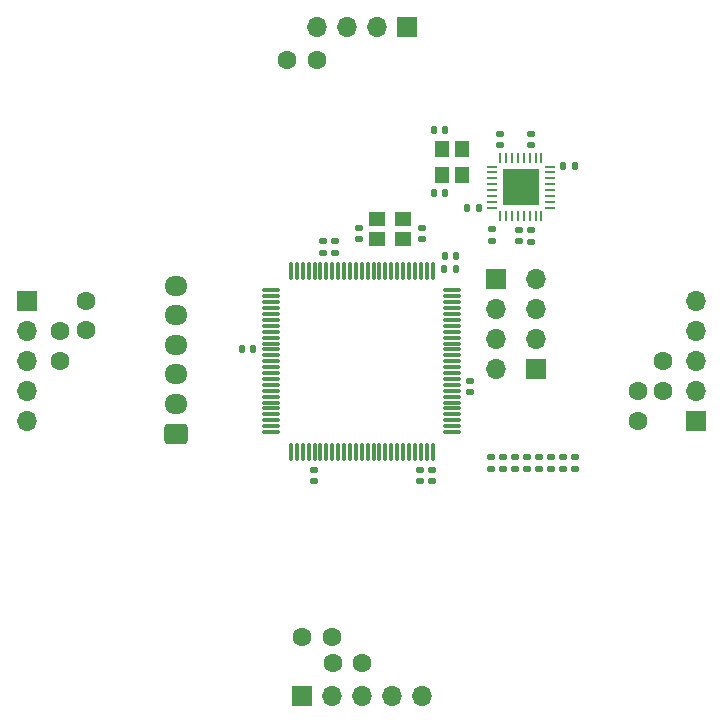
<source format=gbr>
%TF.GenerationSoftware,KiCad,Pcbnew,(6.0.5)*%
%TF.CreationDate,2023-03-02T23:20:37+09:00*%
%TF.ProjectId,line_Inergrate,6c696e65-5f49-46e6-9572-67726174652e,rev?*%
%TF.SameCoordinates,Original*%
%TF.FileFunction,Soldermask,Top*%
%TF.FilePolarity,Negative*%
%FSLAX46Y46*%
G04 Gerber Fmt 4.6, Leading zero omitted, Abs format (unit mm)*
G04 Created by KiCad (PCBNEW (6.0.5)) date 2023-03-02 23:20:37*
%MOMM*%
%LPD*%
G01*
G04 APERTURE LIST*
G04 Aperture macros list*
%AMRoundRect*
0 Rectangle with rounded corners*
0 $1 Rounding radius*
0 $2 $3 $4 $5 $6 $7 $8 $9 X,Y pos of 4 corners*
0 Add a 4 corners polygon primitive as box body*
4,1,4,$2,$3,$4,$5,$6,$7,$8,$9,$2,$3,0*
0 Add four circle primitives for the rounded corners*
1,1,$1+$1,$2,$3*
1,1,$1+$1,$4,$5*
1,1,$1+$1,$6,$7*
1,1,$1+$1,$8,$9*
0 Add four rect primitives between the rounded corners*
20,1,$1+$1,$2,$3,$4,$5,0*
20,1,$1+$1,$4,$5,$6,$7,0*
20,1,$1+$1,$6,$7,$8,$9,0*
20,1,$1+$1,$8,$9,$2,$3,0*%
G04 Aperture macros list end*
%ADD10R,1.700000X1.700000*%
%ADD11O,1.700000X1.700000*%
%ADD12RoundRect,0.062500X-0.375000X-0.062500X0.375000X-0.062500X0.375000X0.062500X-0.375000X0.062500X0*%
%ADD13RoundRect,0.062500X-0.062500X-0.375000X0.062500X-0.375000X0.062500X0.375000X-0.062500X0.375000X0*%
%ADD14R,3.100000X3.100000*%
%ADD15RoundRect,0.147500X-0.172500X0.147500X-0.172500X-0.147500X0.172500X-0.147500X0.172500X0.147500X0*%
%ADD16RoundRect,0.140000X0.140000X0.170000X-0.140000X0.170000X-0.140000X-0.170000X0.140000X-0.170000X0*%
%ADD17C,1.600000*%
%ADD18RoundRect,0.140000X-0.170000X0.140000X-0.170000X-0.140000X0.170000X-0.140000X0.170000X0.140000X0*%
%ADD19RoundRect,0.140000X0.170000X-0.140000X0.170000X0.140000X-0.170000X0.140000X-0.170000X-0.140000X0*%
%ADD20RoundRect,0.075000X0.662500X0.075000X-0.662500X0.075000X-0.662500X-0.075000X0.662500X-0.075000X0*%
%ADD21RoundRect,0.075000X0.075000X0.662500X-0.075000X0.662500X-0.075000X-0.662500X0.075000X-0.662500X0*%
%ADD22RoundRect,0.140000X-0.140000X-0.170000X0.140000X-0.170000X0.140000X0.170000X-0.140000X0.170000X0*%
%ADD23RoundRect,0.135000X-0.185000X0.135000X-0.185000X-0.135000X0.185000X-0.135000X0.185000X0.135000X0*%
%ADD24RoundRect,0.135000X0.135000X0.185000X-0.135000X0.185000X-0.135000X-0.185000X0.135000X-0.185000X0*%
%ADD25RoundRect,0.250000X0.725000X-0.600000X0.725000X0.600000X-0.725000X0.600000X-0.725000X-0.600000X0*%
%ADD26O,1.950000X1.700000*%
%ADD27RoundRect,0.135000X0.185000X-0.135000X0.185000X0.135000X-0.185000X0.135000X-0.185000X-0.135000X0*%
%ADD28R,1.200000X1.400000*%
%ADD29RoundRect,0.135000X-0.135000X-0.185000X0.135000X-0.185000X0.135000X0.185000X-0.135000X0.185000X0*%
%ADD30R,1.400000X1.200000*%
G04 APERTURE END LIST*
D10*
%TO.C,J4*%
X117729000Y-96540000D03*
D11*
X117729000Y-99080000D03*
X117729000Y-101620000D03*
X117729000Y-104160000D03*
X117729000Y-106700000D03*
%TD*%
D12*
%TO.C,U2*%
X157074500Y-85118000D03*
X157074500Y-85618000D03*
X157074500Y-86118000D03*
X157074500Y-86618000D03*
X157074500Y-87118000D03*
X157074500Y-87618000D03*
X157074500Y-88118000D03*
X157074500Y-88618000D03*
D13*
X157762000Y-89305500D03*
X158262000Y-89305500D03*
X158762000Y-89305500D03*
X159262000Y-89305500D03*
X159762000Y-89305500D03*
X160262000Y-89305500D03*
X160762000Y-89305500D03*
X161262000Y-89305500D03*
D12*
X161949500Y-88618000D03*
X161949500Y-88118000D03*
X161949500Y-87618000D03*
X161949500Y-87118000D03*
X161949500Y-86618000D03*
X161949500Y-86118000D03*
X161949500Y-85618000D03*
X161949500Y-85118000D03*
D13*
X161262000Y-84430500D03*
X160762000Y-84430500D03*
X160262000Y-84430500D03*
X159762000Y-84430500D03*
X159262000Y-84430500D03*
X158762000Y-84430500D03*
X158262000Y-84430500D03*
X157762000Y-84430500D03*
D14*
X159512000Y-86868000D03*
%TD*%
D15*
%TO.C,D2*%
X160045000Y-109749000D03*
X160045000Y-110719000D03*
%TD*%
D16*
%TO.C,C7*%
X153134000Y-82042000D03*
X152174000Y-82042000D03*
%TD*%
D17*
%TO.C,C19*%
X143586000Y-127127000D03*
X146086000Y-127127000D03*
%TD*%
%TO.C,C12*%
X169418000Y-106660000D03*
X169418000Y-104160000D03*
%TD*%
D18*
%TO.C,C14*%
X159385000Y-90480000D03*
X159385000Y-91440000D03*
%TD*%
D19*
%TO.C,C5*%
X141986000Y-111732000D03*
X141986000Y-110772000D03*
%TD*%
%TO.C,C6*%
X152019000Y-111732000D03*
X152019000Y-110772000D03*
%TD*%
D20*
%TO.C,U1*%
X153712500Y-107600000D03*
X153712500Y-107100000D03*
X153712500Y-106600000D03*
X153712500Y-106100000D03*
X153712500Y-105600000D03*
X153712500Y-105100000D03*
X153712500Y-104600000D03*
X153712500Y-104100000D03*
X153712500Y-103600000D03*
X153712500Y-103100000D03*
X153712500Y-102600000D03*
X153712500Y-102100000D03*
X153712500Y-101600000D03*
X153712500Y-101100000D03*
X153712500Y-100600000D03*
X153712500Y-100100000D03*
X153712500Y-99600000D03*
X153712500Y-99100000D03*
X153712500Y-98600000D03*
X153712500Y-98100000D03*
X153712500Y-97600000D03*
X153712500Y-97100000D03*
X153712500Y-96600000D03*
X153712500Y-96100000D03*
X153712500Y-95600000D03*
D21*
X152050000Y-93937500D03*
X151550000Y-93937500D03*
X151050000Y-93937500D03*
X150550000Y-93937500D03*
X150050000Y-93937500D03*
X149550000Y-93937500D03*
X149050000Y-93937500D03*
X148550000Y-93937500D03*
X148050000Y-93937500D03*
X147550000Y-93937500D03*
X147050000Y-93937500D03*
X146550000Y-93937500D03*
X146050000Y-93937500D03*
X145550000Y-93937500D03*
X145050000Y-93937500D03*
X144550000Y-93937500D03*
X144050000Y-93937500D03*
X143550000Y-93937500D03*
X143050000Y-93937500D03*
X142550000Y-93937500D03*
X142050000Y-93937500D03*
X141550000Y-93937500D03*
X141050000Y-93937500D03*
X140550000Y-93937500D03*
X140050000Y-93937500D03*
D20*
X138387500Y-95600000D03*
X138387500Y-96100000D03*
X138387500Y-96600000D03*
X138387500Y-97100000D03*
X138387500Y-97600000D03*
X138387500Y-98100000D03*
X138387500Y-98600000D03*
X138387500Y-99100000D03*
X138387500Y-99600000D03*
X138387500Y-100100000D03*
X138387500Y-100600000D03*
X138387500Y-101100000D03*
X138387500Y-101600000D03*
X138387500Y-102100000D03*
X138387500Y-102600000D03*
X138387500Y-103100000D03*
X138387500Y-103600000D03*
X138387500Y-104100000D03*
X138387500Y-104600000D03*
X138387500Y-105100000D03*
X138387500Y-105600000D03*
X138387500Y-106100000D03*
X138387500Y-106600000D03*
X138387500Y-107100000D03*
X138387500Y-107600000D03*
D21*
X140050000Y-109262500D03*
X140550000Y-109262500D03*
X141050000Y-109262500D03*
X141550000Y-109262500D03*
X142050000Y-109262500D03*
X142550000Y-109262500D03*
X143050000Y-109262500D03*
X143550000Y-109262500D03*
X144050000Y-109262500D03*
X144550000Y-109262500D03*
X145050000Y-109262500D03*
X145550000Y-109262500D03*
X146050000Y-109262500D03*
X146550000Y-109262500D03*
X147050000Y-109262500D03*
X147550000Y-109262500D03*
X148050000Y-109262500D03*
X148550000Y-109262500D03*
X149050000Y-109262500D03*
X149550000Y-109262500D03*
X150050000Y-109262500D03*
X150550000Y-109262500D03*
X151050000Y-109262500D03*
X151550000Y-109262500D03*
X152050000Y-109262500D03*
%TD*%
D22*
%TO.C,C16*%
X153063000Y-92710000D03*
X154023000Y-92710000D03*
%TD*%
D19*
%TO.C,C2*%
X151130000Y-91285000D03*
X151130000Y-90325000D03*
%TD*%
D23*
%TO.C,R10*%
X142784000Y-91438000D03*
X142784000Y-92458000D03*
%TD*%
D10*
%TO.C,J2*%
X174371000Y-106660000D03*
D11*
X174371000Y-104120000D03*
X174371000Y-101580000D03*
X174371000Y-99040000D03*
X174371000Y-96500000D03*
%TD*%
D24*
%TO.C,R7*%
X155956000Y-88646000D03*
X154936000Y-88646000D03*
%TD*%
D16*
%TO.C,C8*%
X153134000Y-87376000D03*
X152174000Y-87376000D03*
%TD*%
D17*
%TO.C,C9*%
X142260000Y-76073000D03*
X139760000Y-76073000D03*
%TD*%
D19*
%TO.C,C3*%
X155194000Y-104239000D03*
X155194000Y-103279000D03*
%TD*%
D17*
%TO.C,C18*%
X122735000Y-96481000D03*
X122735000Y-98981000D03*
%TD*%
D15*
%TO.C,D3*%
X164109000Y-109749000D03*
X164109000Y-110719000D03*
%TD*%
D22*
%TO.C,C4*%
X135918000Y-100584000D03*
X136878000Y-100584000D03*
%TD*%
D25*
%TO.C,J7*%
X130285000Y-107723000D03*
D26*
X130285000Y-105223000D03*
X130285000Y-102723000D03*
X130285000Y-100223000D03*
X130285000Y-97723000D03*
X130285000Y-95223000D03*
%TD*%
D27*
%TO.C,R3*%
X159029000Y-110744000D03*
X159029000Y-109724000D03*
%TD*%
D24*
%TO.C,R1*%
X164086000Y-85090000D03*
X163066000Y-85090000D03*
%TD*%
D10*
%TO.C,J6*%
X157451000Y-94625000D03*
D11*
X157451000Y-97165000D03*
X157451000Y-99705000D03*
X157451000Y-102245000D03*
%TD*%
D19*
%TO.C,C1*%
X145796000Y-91285000D03*
X145796000Y-90325000D03*
%TD*%
D15*
%TO.C,D1*%
X162077000Y-109749000D03*
X162077000Y-110719000D03*
%TD*%
D27*
%TO.C,R5*%
X156997000Y-110742000D03*
X156997000Y-109722000D03*
%TD*%
D18*
%TO.C,C13*%
X157734000Y-82324000D03*
X157734000Y-83284000D03*
%TD*%
D27*
%TO.C,R4*%
X163093000Y-110744000D03*
X163093000Y-109724000D03*
%TD*%
D23*
%TO.C,R9*%
X143761000Y-91440000D03*
X143761000Y-92460000D03*
%TD*%
D28*
%TO.C,Y2*%
X152820000Y-83609000D03*
X152820000Y-85809000D03*
X154520000Y-85809000D03*
X154520000Y-83609000D03*
%TD*%
D29*
%TO.C,R11*%
X153042000Y-93759000D03*
X154062000Y-93759000D03*
%TD*%
D17*
%TO.C,C17*%
X120523000Y-99080000D03*
X120523000Y-101580000D03*
%TD*%
D10*
%TO.C,J1*%
X149860000Y-73279000D03*
D11*
X147320000Y-73279000D03*
X144780000Y-73279000D03*
X142240000Y-73279000D03*
%TD*%
D23*
%TO.C,R8*%
X157099000Y-90422000D03*
X157099000Y-91442000D03*
%TD*%
D27*
%TO.C,R2*%
X161061000Y-110744000D03*
X161061000Y-109724000D03*
%TD*%
D19*
%TO.C,C10*%
X160401000Y-83284000D03*
X160401000Y-82324000D03*
%TD*%
D10*
%TO.C,J3*%
X160807000Y-102235000D03*
D11*
X160807000Y-99695000D03*
X160807000Y-97155000D03*
X160807000Y-94615000D03*
%TD*%
D30*
%TO.C,Y1*%
X147363000Y-91274000D03*
X149563000Y-91274000D03*
X149563000Y-89574000D03*
X147363000Y-89574000D03*
%TD*%
D17*
%TO.C,C20*%
X140990000Y-124968000D03*
X143490000Y-124968000D03*
%TD*%
D27*
%TO.C,R6*%
X160401000Y-91470000D03*
X160401000Y-90450000D03*
%TD*%
D15*
%TO.C,D4*%
X158013000Y-109747000D03*
X158013000Y-110717000D03*
%TD*%
D10*
%TO.C,J5*%
X140990000Y-129921000D03*
D11*
X143530000Y-129921000D03*
X146070000Y-129921000D03*
X148610000Y-129921000D03*
X151150000Y-129921000D03*
%TD*%
D17*
%TO.C,C11*%
X171577000Y-104120000D03*
X171577000Y-101620000D03*
%TD*%
D18*
%TO.C,C15*%
X151003000Y-110772000D03*
X151003000Y-111732000D03*
%TD*%
M02*

</source>
